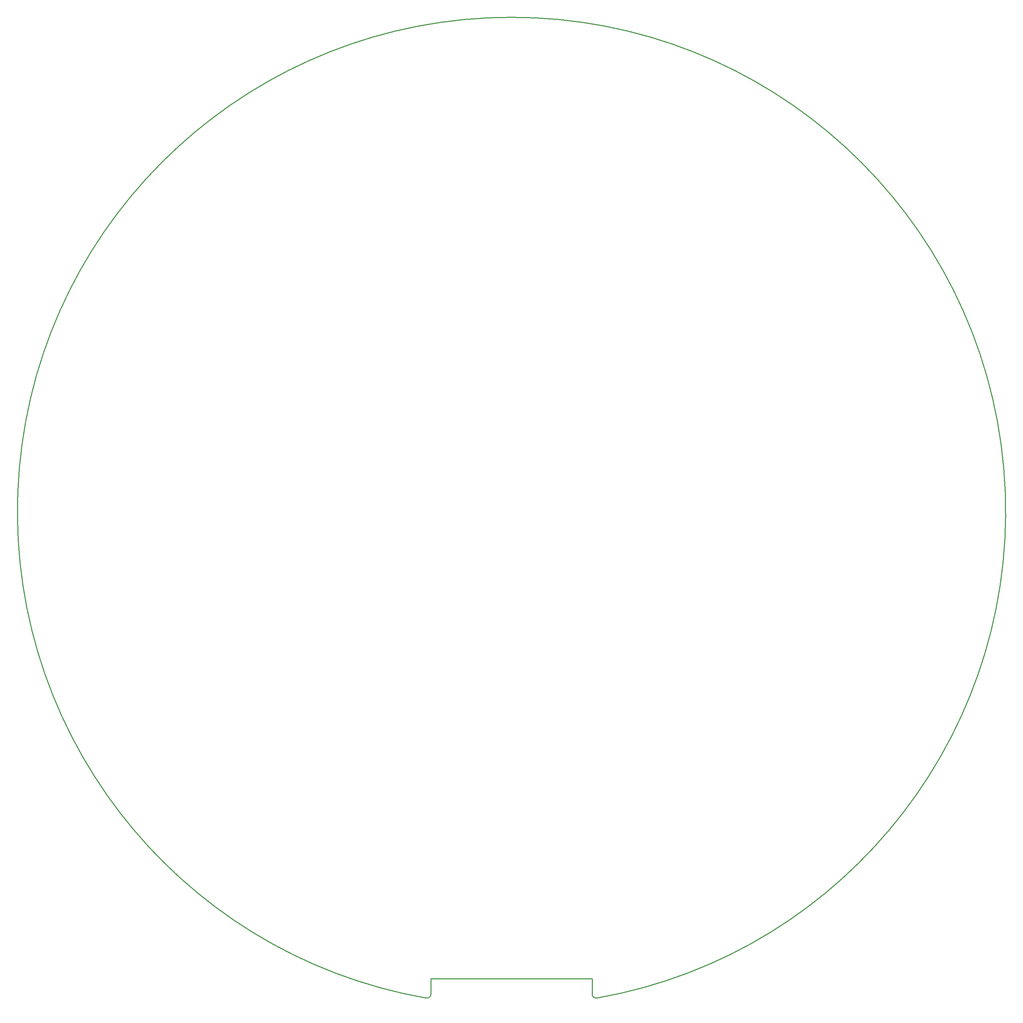
<source format=gm1>
G04*
G04 #@! TF.GenerationSoftware,Altium Limited,Altium Designer,19.1.5 (86)*
G04*
G04 Layer_Color=16711935*
%FSLAX25Y25*%
%MOIN*%
G70*
G01*
G75*
%ADD11C,0.01000*%
D11*
X561593Y3962D02*
G03*
X566210Y84I3937J-0D01*
G01*
X399496D02*
G03*
X404113Y3962I680J3878D01*
G01*
X566210Y84D02*
G03*
X399496Y84I-83357J475578D01*
G01*
X404113Y3962D02*
Y18983D01*
X561593D01*
Y3962D02*
Y18983D01*
M02*

</source>
